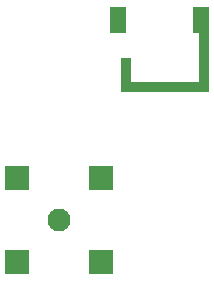
<source format=gbr>
*
%LPD*%
%LN915 Chip Antenna-F.Mask*%
%FSLAX25Y25*%
%MOIN*%
%AD*%
%AD*%
%ADD16R,0.080748031X0.080748031*%
%ADD17C,0.076771654*%
%ADD23R,0.05511811X0.086614173*%
%ADD24R,0.035433071X0.216535433*%
%ADD25R,0.295275591X0.035433071*%
%ADD26R,0.035433071X0.114173228*%
G54D23*
%SRX1Y1I0.0J0.0*%
G1X586642Y-307130D3*
G1X614142Y-307130D3*
G54D24*
G1X615142Y-320630D3*
G54D25*
G1X602142Y-329680D3*
G54D26*
G1X589142Y-325730D3*
G54D16*
G1X580929Y-388016D3*
G1X552929Y-360016D3*
G1X552929Y-388016D3*
G1X580929Y-360016D3*
G54D17*
G1X566929Y-374016D3*
M2*

</source>
